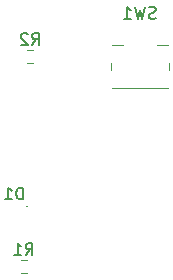
<source format=gbr>
%TF.GenerationSoftware,KiCad,Pcbnew,7.0.10*%
%TF.CreationDate,2024-01-17T15:43:09-08:00*%
%TF.ProjectId,test-1,74657374-2d31-42e6-9b69-6361645f7063,rev?*%
%TF.SameCoordinates,Original*%
%TF.FileFunction,Legend,Bot*%
%TF.FilePolarity,Positive*%
%FSLAX46Y46*%
G04 Gerber Fmt 4.6, Leading zero omitted, Abs format (unit mm)*
G04 Created by KiCad (PCBNEW 7.0.10) date 2024-01-17 15:43:09*
%MOMM*%
%LPD*%
G01*
G04 APERTURE LIST*
%ADD10C,0.150000*%
%ADD11C,0.120000*%
%ADD12C,0.100000*%
G04 APERTURE END LIST*
D10*
X89424166Y-52364819D02*
X89757499Y-51888628D01*
X89995594Y-52364819D02*
X89995594Y-51364819D01*
X89995594Y-51364819D02*
X89614642Y-51364819D01*
X89614642Y-51364819D02*
X89519404Y-51412438D01*
X89519404Y-51412438D02*
X89471785Y-51460057D01*
X89471785Y-51460057D02*
X89424166Y-51555295D01*
X89424166Y-51555295D02*
X89424166Y-51698152D01*
X89424166Y-51698152D02*
X89471785Y-51793390D01*
X89471785Y-51793390D02*
X89519404Y-51841009D01*
X89519404Y-51841009D02*
X89614642Y-51888628D01*
X89614642Y-51888628D02*
X89995594Y-51888628D01*
X88471785Y-52364819D02*
X89043213Y-52364819D01*
X88757499Y-52364819D02*
X88757499Y-51364819D01*
X88757499Y-51364819D02*
X88852737Y-51507676D01*
X88852737Y-51507676D02*
X88947975Y-51602914D01*
X88947975Y-51602914D02*
X89043213Y-51650533D01*
X89205594Y-47664819D02*
X89205594Y-46664819D01*
X89205594Y-46664819D02*
X88967499Y-46664819D01*
X88967499Y-46664819D02*
X88824642Y-46712438D01*
X88824642Y-46712438D02*
X88729404Y-46807676D01*
X88729404Y-46807676D02*
X88681785Y-46902914D01*
X88681785Y-46902914D02*
X88634166Y-47093390D01*
X88634166Y-47093390D02*
X88634166Y-47236247D01*
X88634166Y-47236247D02*
X88681785Y-47426723D01*
X88681785Y-47426723D02*
X88729404Y-47521961D01*
X88729404Y-47521961D02*
X88824642Y-47617200D01*
X88824642Y-47617200D02*
X88967499Y-47664819D01*
X88967499Y-47664819D02*
X89205594Y-47664819D01*
X87681785Y-47664819D02*
X88253213Y-47664819D01*
X87967499Y-47664819D02*
X87967499Y-46664819D01*
X87967499Y-46664819D02*
X88062737Y-46807676D01*
X88062737Y-46807676D02*
X88157975Y-46902914D01*
X88157975Y-46902914D02*
X88253213Y-46950533D01*
X100428332Y-32317200D02*
X100285475Y-32364819D01*
X100285475Y-32364819D02*
X100047380Y-32364819D01*
X100047380Y-32364819D02*
X99952142Y-32317200D01*
X99952142Y-32317200D02*
X99904523Y-32269580D01*
X99904523Y-32269580D02*
X99856904Y-32174342D01*
X99856904Y-32174342D02*
X99856904Y-32079104D01*
X99856904Y-32079104D02*
X99904523Y-31983866D01*
X99904523Y-31983866D02*
X99952142Y-31936247D01*
X99952142Y-31936247D02*
X100047380Y-31888628D01*
X100047380Y-31888628D02*
X100237856Y-31841009D01*
X100237856Y-31841009D02*
X100333094Y-31793390D01*
X100333094Y-31793390D02*
X100380713Y-31745771D01*
X100380713Y-31745771D02*
X100428332Y-31650533D01*
X100428332Y-31650533D02*
X100428332Y-31555295D01*
X100428332Y-31555295D02*
X100380713Y-31460057D01*
X100380713Y-31460057D02*
X100333094Y-31412438D01*
X100333094Y-31412438D02*
X100237856Y-31364819D01*
X100237856Y-31364819D02*
X99999761Y-31364819D01*
X99999761Y-31364819D02*
X99856904Y-31412438D01*
X99523570Y-31364819D02*
X99285475Y-32364819D01*
X99285475Y-32364819D02*
X99094999Y-31650533D01*
X99094999Y-31650533D02*
X98904523Y-32364819D01*
X98904523Y-32364819D02*
X98666428Y-31364819D01*
X97761666Y-32364819D02*
X98333094Y-32364819D01*
X98047380Y-32364819D02*
X98047380Y-31364819D01*
X98047380Y-31364819D02*
X98142618Y-31507676D01*
X98142618Y-31507676D02*
X98237856Y-31602914D01*
X98237856Y-31602914D02*
X98333094Y-31650533D01*
X89979166Y-34584819D02*
X90312499Y-34108628D01*
X90550594Y-34584819D02*
X90550594Y-33584819D01*
X90550594Y-33584819D02*
X90169642Y-33584819D01*
X90169642Y-33584819D02*
X90074404Y-33632438D01*
X90074404Y-33632438D02*
X90026785Y-33680057D01*
X90026785Y-33680057D02*
X89979166Y-33775295D01*
X89979166Y-33775295D02*
X89979166Y-33918152D01*
X89979166Y-33918152D02*
X90026785Y-34013390D01*
X90026785Y-34013390D02*
X90074404Y-34061009D01*
X90074404Y-34061009D02*
X90169642Y-34108628D01*
X90169642Y-34108628D02*
X90550594Y-34108628D01*
X89598213Y-33680057D02*
X89550594Y-33632438D01*
X89550594Y-33632438D02*
X89455356Y-33584819D01*
X89455356Y-33584819D02*
X89217261Y-33584819D01*
X89217261Y-33584819D02*
X89122023Y-33632438D01*
X89122023Y-33632438D02*
X89074404Y-33680057D01*
X89074404Y-33680057D02*
X89026785Y-33775295D01*
X89026785Y-33775295D02*
X89026785Y-33870533D01*
X89026785Y-33870533D02*
X89074404Y-34013390D01*
X89074404Y-34013390D02*
X89645832Y-34584819D01*
X89645832Y-34584819D02*
X89026785Y-34584819D01*
D11*
%TO.C,R1*%
X89512224Y-53862500D02*
X89002776Y-53862500D01*
X89512224Y-52817500D02*
X89002776Y-52817500D01*
D12*
%TO.C,D1*%
X89552500Y-48260000D02*
G75*
G03*
X89452500Y-48260000I-50000J0D01*
G01*
X89452500Y-48260000D02*
G75*
G03*
X89552500Y-48260000I50000J0D01*
G01*
D11*
%TO.C,SW1*%
X101545000Y-36685000D02*
X101545000Y-36135000D01*
X100520000Y-34560000D02*
X101445000Y-34560000D01*
X96745000Y-38260000D02*
X101445000Y-38260000D01*
X96745000Y-34560000D02*
X97670000Y-34560000D01*
X96645000Y-36685000D02*
X96645000Y-36135000D01*
%TO.C,R2*%
X90067224Y-36082500D02*
X89557776Y-36082500D01*
X90067224Y-35037500D02*
X89557776Y-35037500D01*
%TD*%
M02*

</source>
